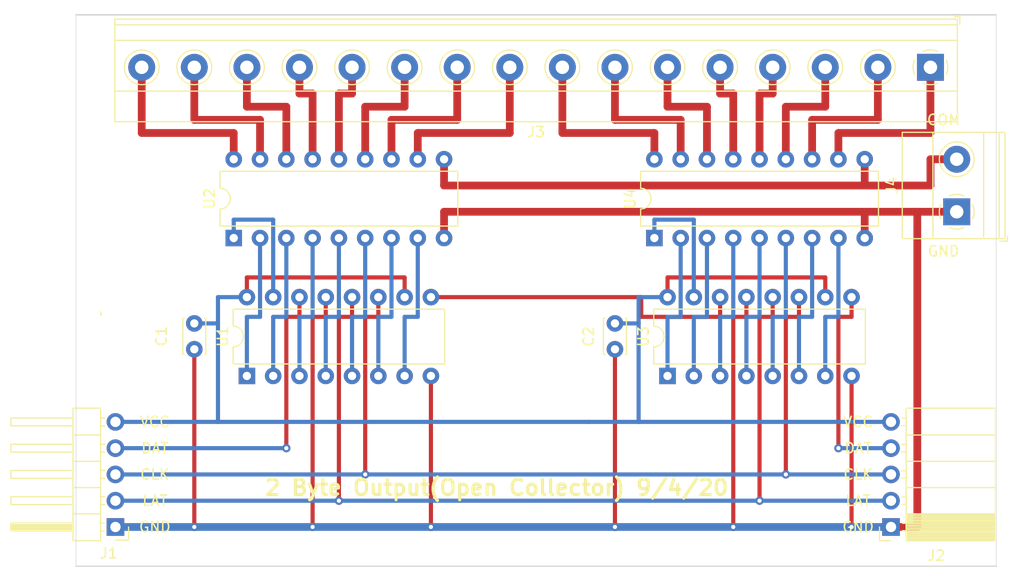
<source format=kicad_pcb>
(kicad_pcb (version 20211014) (generator pcbnew)
  (layers (0 "F.Cu" signal) (31 "B.Cu" signal) (34 "B.Paste" user) (35 "F.Paste" user) (36 "B.SilkS" user "B.Silkscreen") (37 "F.SilkS" user "F.Silkscreen") (38 "B.Mask" user) (39 "F.Mask" user) (44 "Edge.Cuts" user))
  (net 0 "")
  (net 1 "GND")
  (net 2 "VCC")
  (net 3 "LAT")
  (net 4 "CLK")
  (net 5 "DI")
  (net 6 "DO")
  (net 7 "OUT6")
  (net 8 "OUT5")
  (net 9 "OUT4")
  (net 10 "OUT1")
  (net 11 "OUT3")
  (net 12 "OUT2")
  (net 13 "OUT7")
  (net 14 "OUT8")
  (net 15 "OUT9")
  (net 16 "OUT10")
  (net 17 "OUT11")
  (net 18 "OUT12")
  (net 19 "OUT13")
  (net 20 "OUT14")
  (net 21 "OUT15")
  (net 22 "OUT16")
  (net 23 "COM")
  (net 24 "Net-(U1-Pad1)")
  (net 25 "Net-(U1-Pad2)")
  (net 26 "Net-(U1-Pad3)")
  (net 27 "Net-(U1-Pad4)")
  (net 28 "Net-(U1-Pad5)")
  (net 29 "Net-(U1-Pad6)")
  (net 30 "Net-(U1-Pad7)")
  (net 31 "DN")
  (net 32 "Net-(U1-Pad15)")
  (net 33 "Net-(U3-Pad15)")
  (net 34 "Net-(U3-Pad7)")
  (net 35 "Net-(U3-Pad6)")
  (net 36 "Net-(U3-Pad5)")
  (net 37 "Net-(U3-Pad4)")
  (net 38 "Net-(U3-Pad3)")
  (net 39 "Net-(U3-Pad2)")
  (net 40 "Net-(U3-Pad1)")
  (footprint "Capacitors_ThroughHole:C_Disc_D3.4mm_W2.1mm_P2.50mm" (layer "F.Cu") (at 156.21 83.185 -90)
    (fp_text reference "C2" (at 1.27 2.54 90) (layer "F.SilkS"))
    (fp_text value "0.1uf")
    (fp_line (start -0.51 1.11) (end 3.01 1.11) (layer "F.SilkS") (width 0.12))
    (fp_line (start 3.01 0.996) (end 3.01 1.11) (layer "F.SilkS") (width 0.12))
    (fp_line (start -0.51 0.996) (end -0.51 1.11) (layer "F.SilkS") (width 0.12))
    (fp_line (start -0.51 -1.11) (end 3.01 -1.11) (layer "F.SilkS") (width 0.12))
    (fp_line (start -0.51 -1.11) (end -0.51 -0.996) (layer "F.SilkS") (width 0.12))
    (fp_line (start 3.01 -1.11) (end 3.01 -0.996) (layer "F.SilkS") (width 0.12))
    (pad "1" thru_hole circle locked (at 0 0 270) (size 1.6 1.6) (drill 0.8) (layers *.Cu *.Mask) (net 2 "VCC"))
    (pad "2" thru_hole circle locked (at 2.5 0 270) (size 1.6 1.6) (drill 0.8) (layers *.Cu *.Mask) (net 1 "GND"))
  )
  (footprint "Connector_PinHeader_2.54mm:PinHeader_1x05_P2.54mm_Horizontal" (layer "F.Cu") (at 107.95 102.87 180)
    (fp_text reference "J1" (at 0.635 -2.54) (layer "F.SilkS"))
    (fp_text value "Conn_01x05_Male")
    (fp_line (start 1.042929 7.24) (end 1.44 7.24) (layer "F.SilkS") (width 0.12))
    (fp_line (start 10.1 7.24) (end 10.1 8) (layer "F.SilkS") (width 0.12))
    (fp_line (start 1.44 6.35) (end 4.1 6.35) (layer "F.SilkS") (width 0.12))
    (fp_line (start 4.1 9.78) (end 10.1 9.78) (layer "F.SilkS") (width 0.12))
    (fp_line (start 1.042929 10.54) (end 1.44 10.54) (layer "F.SilkS") (width 0.12))
    (fp_line (start 1.44 8.89) (end 4.1 8.89) (layer "F.SilkS") (width 0.12))
    (fp_line (start 1.042929 5.46) (end 1.44 5.46) (layer "F.SilkS") (width 0.12))
    (fp_line (start 10.1 5.46) (end 4.1 5.46) (layer "F.SilkS") (width 0.12))
    (fp_line (start 10.1 4.7) (end 10.1 5.46) (layer "F.SilkS") (width 0.12))
    (fp_line (start 1.11 -0.38) (end 1.44 -0.38) (layer "F.SilkS") (width 0.12))
    (fp_line (start 1.042929 4.7) (end 1.44 4.7) (layer "F.SilkS") (width 0.12))
    (fp_line (start 1.44 11.49) (end 4.1 11.49) (layer "F.SilkS") (width 0.12))
    (fp_line (start 1.042929 9.78) (end 1.44 9.78) (layer "F.SilkS") (width 0.12))
    (fp_line (start 4.1 -1.33) (end 1.44 -1.33) (layer "F.SilkS") (width 0.12))
    (fp_line (start 10.1 2.92) (end 4.1 2.92) (layer "F.SilkS") (width 0.12))
    (fp_line (start 1.042929 2.16) (end 1.44 2.16) (layer "F.SilkS") (width 0.12))
    (fp_line (start 1.44 1.27) (end 4.1 1.27) (layer "F.SilkS") (width 0.12))
    (fp_line (start 10.1 10.54) (end 4.1 10.54) (layer "F.SilkS") (width 0.12))
    (fp_line (start 1.44 -1.33) (end 1.44 11.49) (layer "F.SilkS") (width 0.12))
    (fp_line (start 4.1 0.16) (end 10.1 0.16) (layer "F.SilkS") (width 0.12))
    (fp_line (start 4.1 4.7) (end 10.1 4.7) (layer "F.SilkS") (width 0.12))
    (fp_line (start 1.11 0.38) (end 1.44 0.38) (layer "F.SilkS") (width 0.12))
    (fp_line (start 10.1 2.16) (end 10.1 2.92) (layer "F.SilkS") (width 0.12))
    (fp_line (start 10.1 8) (end 4.1 8) (layer "F.SilkS") (width 0.12))
    (fp_line (start 1.44 3.81) (end 4.1 3.81) (layer "F.SilkS") (width 0.12))
    (fp_line (start 4.1 11.49) (end 4.1 -1.33) (layer "F.SilkS") (width 0.12))
    (fp_line (start 4.1 7.24) (end 10.1 7.24) (layer "F.SilkS") (width 0.12))
    (fp_line (start 10.1 9.78) (end 10.1 10.54) (layer "F.SilkS") (width 0.12))
    (fp_line (start 4.1 -0.2) (end 10.1 -0.2) (layer "F.SilkS") (width 0.12))
    (fp_line (start 4.1 -0.32) (end 10.1 -0.32) (layer "F.SilkS") (width 0.12))
    (fp_line (start 1.042929 8) (end 1.44 8) (layer "F.SilkS") (width 0.12))
    (fp_line (start 10.1 -0.38) (end 10.1 0.38) (layer "F.SilkS") (width 0.12))
    (fp_line (start 4.1 0.04) (end 10.1 0.04) (layer "F.SilkS") (width 0.12))
    (fp_line (start 10.1 0.38) (end 4.1 0.38) (layer "F.SilkS") (width 0.12))
    (fp_line (start 4.1 2.16) (end 10.1 2.16) (layer "F.SilkS") (width 0.12))
    (fp_line (start -1.27 -1.27) (end 0 -1.27) (layer "F.SilkS") (width 0.12))
    (fp_line (start 1.042929 2.92) (end 1.44 2.92) (layer "F.SilkS") (width 0.12))
    (fp_line (start 4.1 0.28) (end 10.1 0.28) (layer "F.SilkS") (width 0.12))
    (fp_line (start -1.27 0) (end -1.27 -1.27) (layer "F.SilkS") (width 0.12))
    (fp_line (start 4.1 -0.08) (end 10.1 -0.08) (layer "F.SilkS") (width 0.12))
    (fp_line (start 4.1 -0.38) (end 10.1 -0.38) (layer "F.SilkS") (width 0.12))
    (pad "1" thru_hole rect locked (at 0 0 180) (size 1.7 1.7) (drill 1) (layers *.Cu *.Mask) (net 1 "GND"))
    (pad "2" thru_hole oval locked (at 0 2.54 180) (size 1.7 1.7) (drill 1) (layers *.Cu *.Mask) (net 3 "LAT"))
    (pad "3" thru_hole oval locked (at 0 5.08 180) (size 1.7 1.7) (drill 1) (layers *.Cu *.Mask) (net 4 "CLK"))
    (pad "4" thru_hole oval locked (at 0 7.62 180) (size 1.7 1.7) (drill 1) (layers *.Cu *.Mask) (net 5 "DI"))
    (pad "5" thru_hole oval locked (at 0 10.16 180) (size 1.7 1.7) (drill 1) (layers *.Cu *.Mask) (net 2 "VCC"))
  )
  (footprint "Connector_PinSocket_2.54mm:PinSocket_1x05_P2.54mm_Horizontal" (layer "F.Cu") (at 182.88 102.87 180)
    (fp_text reference "J2" (at -4.38 -2.77) (layer "F.SilkS"))
    (fp_text value "Conn_01x05_Female")
    (fp_line (start -1.46 9.8) (end -1.05 9.8) (layer "F.SilkS") (width 0.12))
    (fp_line (start -10.09 -1.091905) (end -1.46 -1.091905) (layer "F.SilkS") (width 0.12))
    (fp_line (start -1.46 7.98) (end -1.05 7.98) (layer "F.SilkS") (width 0.12))
    (fp_line (start -10.09 -1.33) (end -1.46 -1.33) (layer "F.SilkS") (width 0.12))
    (fp_line (start -10.09 1.033805) (end -1.46 1.033805) (layer "F.SilkS") (width 0.12))
    (fp_line (start -10.09 0.325235) (end -1.46 0.325235) (layer "F.SilkS") (width 0.12))
    (fp_line (start -10.09 -0.26524) (end -1.46 -0.26524) (layer "F.SilkS") (width 0.12))
    (fp_line (start -1.46 5.44) (end -1.05 5.44) (layer "F.SilkS") (width 0.12))
    (fp_line (start 0 -1.33) (end 1.11 -1.33) (layer "F.SilkS") (width 0.12))
    (fp_line (start -10.09 -0.147145) (end -1.46 -0.147145) (layer "F.SilkS") (width 0.12))
    (fp_line (start -10.09 0.561425) (end -1.46 0.561425) (layer "F.SilkS") (width 0.12))
    (fp_line (start -10.09 -1.21) (end -1.46 -1.21) (layer "F.SilkS") (width 0.12))
    (fp_line (start -1.46 4.72) (end -1.05 4.72) (layer "F.SilkS") (width 0.12))
    (fp_line (start -10.09 1.1519) (end -1.46 1.1519) (layer "F.SilkS") (width 0.12))
    (fp_line (start -10.09 0.44333) (end -1.46 0.44333) (layer "F.SilkS") (width 0.12))
    (fp_line (start -10.09 1.27) (end -1.46 1.27) (layer "F.SilkS") (width 0.12))
    (fp_line (start -10.09 0.797615) (end -1.46 0.797615) (layer "F.SilkS") (width 0.12))
    (fp_line (start -10.09 -0.50143) (end -1.46 -0.50143) (layer "F.SilkS") (width 0.12))
    (fp_line (start -1.46 2.18) (end -1.05 2.18) (layer "F.SilkS") (width 0.12))
    (fp_line (start -10.09 8.89) (end -1.46 8.89) (layer "F.SilkS") (width 0.12))
    (fp_line (start -10.09 -0.97381) (end -1.46 -0.97381) (layer "F.SilkS") (width 0.12))
    (fp_line (start -10.09 -0.619525) (end -1.46 -0.619525) (layer "F.SilkS") (width 0.12))
    (fp_line (start -10.09 6.35) (end -1.46 6.35) (layer "F.SilkS") (width 0.12))
    (fp_line (start -10.09 -1.33) (end -10.09 11.49) (layer "F.SilkS") (width 0.12))
    (fp_line (start -10.09 0.67952) (end -1.46 0.67952) (layer "F.SilkS") (width 0.12))
    (fp_line (start -1.46 2.9) (end -1.05 2.9) (layer "F.SilkS") (width 0.12))
    (fp_line (start -10.09 -0.383335) (end -1.46 -0.383335) (layer "F.SilkS") (width 0.12))
    (fp_line (start -10.09 -0.73762) (end -1.46 -0.73762) (layer "F.SilkS") (width 0.12))
    (fp_line (start -10.09 0.20714) (end -1.46 0.20714) (layer "F.SilkS") (width 0.12))
    (fp_line (start -1.46 -0.36) (end -1.11 -0.36) (layer "F.SilkS") (width 0.12))
    (fp_line (start -10.09 0.91571) (end -1.46 0.91571) (layer "F.SilkS") (width 0.12))
    (fp_line (start -10.09 0.089045) (end -1.46 0.089045) (layer "F.SilkS") (width 0.12))
    (fp_line (start -1.46 7.26) (end -1.05 7.26) (layer "F.SilkS") (width 0.12))
    (fp_line (start -10.09 -0.02905) (end -1.46 -0.02905) (layer "F.SilkS") (width 0.12))
    (fp_line (start -1.46 0.36) (end -1.11 0.36) (layer "F.SilkS") (width 0.12))
    (fp_line (start -10.09 -0.855715) (end -1.46 -0.855715) (layer "F.SilkS") (width 0.12))
    (fp_line (start -1.46 -1.33) (end -1.46 11.49) (layer "F.SilkS") (width 0.12))
    (fp_line (start -10.09 11.49) (end -1.46 11.49) (layer "F.SilkS") (width 0.12))
    (fp_line (start -1.46 10.52) (end -1.05 10.52) (layer "F.SilkS") (width 0.12))
    (fp_line (start -10.09 3.81) (end -1.46 3.81) (layer "F.SilkS") (width 0.12))
    (fp_line (start 1.11 -1.33) (end 1.11 0) (layer "F.SilkS") (width 0.12))
    (pad "1" thru_hole rect locked (at 0 0 180) (size 1.7 1.7) (drill 1) (layers *.Cu *.Mask) (net 1 "GND"))
    (pad "2" thru_hole oval locked (at 0 2.54 180) (size 1.7 1.7) (drill 1) (layers *.Cu *.Mask) (net 3 "LAT"))
    (pad "3" thru_hole oval locked (at 0 5.08 180) (size 1.7 1.7) (drill 1) (layers *.Cu *.Mask) (net 4 "CLK"))
    (pad "4" thru_hole oval locked (at 0 7.62 180) (size 1.7 1.7) (drill 1) (layers *.Cu *.Mask) (net 6 "DO"))
    (pad "5" thru_hole oval locked (at 0 10.16 180) (size 1.7 1.7) (drill 1) (layers *.Cu *.Mask) (net 2 "VCC"))
  )
  (footprint "TerminalBlock_Phoenix:TerminalBlock_Phoenix_MKDS-1,5-16-5.08_1x16_P5.08mm_Horizontal" (layer "F.Cu") (at 186.69 58.42 180)
    (fp_text reference "J3" (at 38.1 -6.26) (layer "F.SilkS"))
    (fp_text value "Screw_Terminal_01x16")
    (fp_line (start 72.395 -1.069) (end 72.348 -1.023) (layer "F.SilkS") (width 0.12))
    (fp_line (start 46.995 -1.069) (end 46.948 -1.023) (layer "F.SilkS") (width 0.12))
    (fp_line (start 34.333 1.023) (end 34.286 1.069) (layer "F.SilkS") (width 0.12))
    (fp_line (start 54.846 1.239) (end 54.811 1.274) (layer "F.SilkS") (width 0.12))
    (fp_line (start 72.19 -1.275) (end 72.155 -1.239) (layer "F.SilkS") (width 0.12))
    (fp_line (start 77.475 -1.069) (end 77.428 -1.023) (layer "F.SilkS") (width 0.12))
    (fp_line (start 21.39 -1.275) (end 21.355 -1.239) (layer "F.SilkS") (width 0.12))
    (fp_line (start 41.71 -1.275) (end 41.675 -1.239) (layer "F.SilkS") (width 0.12))
    (fp_line (start 21.595 -1.069) (end 21.548 -1.023) (layer "F.SilkS") (width 0.12))
    (fp_line (start 29.253 1.023) (end 29.206 1.069) (layer "F.SilkS") (width 0.12))
    (fp_line (start 39.413 1.023) (end 39.366 1.069) (layer "F.SilkS") (width 0.12))
    (fp_line (start 36.63 -1.275) (end 36.595 -1.239) (layer "F.SilkS") (width 0.12))
    (fp_line (start 19.286 1.239) (end 19.251 1.274) (layer "F.SilkS") (width 0.12))
    (fp_line (start 29.446 1.239) (end 29.411 1.274) (layer "F.SilkS") (width 0.12))
    (fp_line (start 14.013 1.023) (end 13.966 1.069) (layer "F.SilkS") (width 0.12))
    (fp_line (start 77.27 -1.275) (end 77.235 -1.239) (layer "F.SilkS") (width 0.12))
    (fp_line (start 51.87 -1.275) (end 51.835 -1.239) (layer "F.SilkS") (width 0.12))
    (fp_line (start 26.47 -1.275) (end 26.435 -1.239) (layer "F.SilkS") (width 0.12))
    (fp_line (start 14.206 1.239) (end 14.171 1.274) (layer "F.SilkS") (width 0.12))
    (fp_line (start 70.086 1.239) (end 70.051 1.274) (layer "F.SilkS") (width 0.12))
    (fp_line (start 6.355 -1.069) (end 6.308 -1.023) (layer "F.SilkS") (width 0.12))
    (fp_line (start 67.315 -1.069) (end 67.268 -1.023) (layer "F.SilkS") (width 0.12))
    (fp_line (start 24.173 1.023) (end 24.126 1.069) (layer "F.SilkS") (width 0.12))
    (fp_line (start -2.6 4.1) (end 78.801 4.1) (layer "F.SilkS") (width 0.12))
    (fp_line (start 4.046 1.239) (end 4.011 1.274) (layer "F.SilkS") (width 0.12))
    (fp_line (start -2.84 4.16) (end -2.84 4.9) (layer "F.SilkS") (width 0.12))
    (fp_line (start 34.526 1.239) (end 34.491 1.274) (layer "F.SilkS") (width 0.12))
    (fp_line (start -2.6 -5.261) (end -2.6 4.66) (layer "F.SilkS") (width 0.12))
    (fp_line (start 56.95 -1.275) (end 56.915 -1.239) (layer "F.SilkS") (width 0.12))
    (fp_line (start 69.893 1.023) (end 69.846 1.069) (layer "F.SilkS") (width 0.12))
    (fp_line (start -2.84 4.9) (end -2.34 4.9) (layer "F.SilkS") (width 0.12))
    (fp_line (start 75.166 1.239) (end 75.131 1.274) (layer "F.SilkS") (width 0.12))
    (fp_line (start 44.493 1.023) (end 44.446 1.069) (layer "F.SilkS") (width 0.12))
    (fp_line (start 11.23 -1.275) (end 11.195 -1.239) (layer "F.SilkS") (width 0.12))
    (fp_line (start 52.075 -1.069) (end 52.028 -1.023) (layer "F.SilkS") (width 0.12))
    (fp_line (start 6.15 -1.275) (end 6.115 -1.239) (layer "F.SilkS") (width 0.12))
    (fp_line (start 9.126 1.239) (end 9.091 1.274) (layer "F.SilkS") (width 0.12))
    (fp_line (start 8.933 1.023) (end 8.886 1.069) (layer "F.SilkS") (width 0.12))
    (fp_line (start -2.6 4.66) (end 78.801 4.66) (layer "F.SilkS") (width 0.12))
    (fp_line (start -2.6 -5.261) (end 78.801 -5.261) (layer "F.SilkS") (width 0.12))
    (fp_line (start 16.31 -1.275) (end 16.275 -1.239) (layer "F.SilkS") (width 0.12))
    (fp_line (start 46.79 -1.275) (end 46.755 -1.239) (layer "F.SilkS") (width 0.12))
    (fp_line (start -2.6 -2.301) (end 78.801 -2.301) (layer "F.SilkS") (width 0.12))
    (fp_line (start -2.6 2.6) (end 78.801 2.6) (layer "F.SilkS") (width 0.12))
    (fp_line (start 26.675 -1.069) (end 26.628 -1.023) (layer "F.SilkS") (width 0.12))
    (fp_line (start 24.366 1.239) (end 24.331 1.274) (layer "F.SilkS") (width 0.12))
    (fp_line (start 31.755 -1.069) (end 31.708 -1.023) (layer "F.SilkS") (width 0.12))
    (fp_line (start 31.55 -1.275) (end 31.515 -1.239) (layer "F.SilkS") (width 0.12))
    (fp_line (start 54.653 1.023) (end 54.606 1.069) (layer "F.SilkS") (width 0.12))
    (fp_line (start 59.733 1.023) (end 59.686 1.069) (layer "F.SilkS") (width 0.12))
    (fp_line (start 67.11 -1.275) (end 67.075 -1.239) (layer "F.SilkS") (width 0.12))
    (fp_line (start 59.926 1.239) (end 59.891 1.274) (layer "F.SilkS") (width 0.12))
    (fp_line (start 57.155 -1.069) (end 57.108 -1.023) (layer "F.SilkS") (width 0.12))
    (fp_line (start 3.853 1.023) (end 3.806 1.069) (layer "F.SilkS") (width 0.12))
    (fp_line (start 41.915 -1.069) (end 41.868 -1.023) (layer "F.SilkS") (width 0.12))
    (fp_line (start 62.235 -1.069) (end 62.188 -1.023) (layer "F.SilkS") (width 0.12))
    (fp_line (start 44.686 1.239) (end 44.651 1.274) (layer "F.SilkS") (width 0.12))
    (fp_line (start 78.801 -5.261) (end 78.801 4.66) (layer "F.SilkS") (width 0.12))
    (fp_line (start 49.766 1.239) (end 49.731 1.274) (layer "F.SilkS") (width 0.12))
    (fp_line (start 49.573 1.023) (end 49.526 1.069) (layer "F.SilkS") (width 0.12))
    (fp_line (start 74.973 1.023) (end 74.926 1.069) (layer "F.SilkS") (width 0.12))
    (fp_line (start 62.03 -1.275) (end 61.995 -1.239) (layer "F.SilkS") (width 0.12))
    (fp_line (start 36.835 -1.069) (end 36.788 -1.023) (layer "F.SilkS") (width 0.12))
    (fp_line (start 16.515 -1.069) (end 16.468 -1.023) (layer "F.SilkS") (width 0.12))
    (fp_line (start 64.813 1.023) (end 64.766 1.069) (layer "F.SilkS") (width 0.12))
    (fp_line (start 39.606 1.239) (end 39.571 1.274) (layer "F.SilkS") (width 0.12))
    (fp_line (start 65.006 1.239) (end 64.971 1.274) (layer "F.SilkS") (width 0.12))
    (fp_line (start 19.093 1.023) (end 19.046 1.069) (layer "F.SilkS") (width 0.12))
    (fp_line (start 11.435 -1.069) (end 11.388 -1.023) (layer "F.SilkS") (width 0.12))
    (fp_arc (start 0.028805 1.680253) (mid -0.335551 1.646659) (end -0.684 1.535) (layer "F.SilkS") (width 0.12))
    (fp_arc (start -1.535427 0.683042) (mid -1.680501 -0.000524) (end -1.535 -0.684) (layer "F.SilkS") (width 0.12))
    (fp_arc (start 1.535427 -0.683042) (mid 1.680501 0.000524) (end 1.535 0.684) (layer "F.SilkS") (width 0.12))
    (fp_arc (start 0.683318 1.534756) (mid 0.349292 1.643288) (end 0 1.68) (layer "F.SilkS") (width 0.12))
    (fp_arc (start -0.683042 -1.535427) (mid 0.000524 -1.680501) (end 0.684 -1.535) (layer "F.SilkS") (width 0.12))
    (fp_circle (center 76.2 0) (end 77.88 0) (layer "F.SilkS") (width 0.12) (fill none))
    (fp_circle (center 20.32 0) (end 22 0) (layer "F.SilkS") (width 0.12) (fill none))
    (fp_circle (center 5.08 0) (end 6.76 0) (layer "F.SilkS") (width 0.12) (fill none))
    (fp_circle (center 71.12 0) (end 72.8 0) (layer "F.SilkS") (width 0.12) (fill none))
    (fp_circle (center 66.04 0) (end 67.72 0) (layer "F.SilkS") (width 0.12) (fill none))
    (fp_circle (center 60.96 0) (end 62.64 0) (layer "F.SilkS") (width 0.12) (fill none))
    (fp_circle (center 50.8 0) (end 52.48 0) (layer "F.SilkS") (width 0.12) (fill none))
    (fp_circle (center 40.64 0) (end 42.32 0) (layer "F.SilkS") (width 0.12) (fill none))
    (fp_circle (center 35.56 0) (end 37.24 0) (layer "F.SilkS") (width 0.12) (fill none))
    (fp_circle (center 15.24 0) (end 16.92 0) (layer "F.SilkS") (width 0.12) (fill none))
    (fp_circle (center 25.4 0) (end 27.08 0) (layer "F.SilkS") (width 0.12) (fill none))
    (fp_circle (center 45.72 0) (end 47.4 0) (layer "F.SilkS") (width 0.12) (fill none))
    (fp_circle (center 10.16 0) (end 11.84 0) (layer "F.SilkS") (width 0.12) (fill none))
    (fp_circle (center 30.48 0) (end 32.16 0) (layer "F.SilkS") (width 0.12) (fill none))
    (fp_circle (center 55.88 0) (end 57.56 0) (layer "F.SilkS") (width 0.12) (fill none))
    (pad "1" thru_hole rect locked (at 0 0 180) (size 2.6 2.6) (drill 1.3) (layers *.Cu *.Mask) (net 22 "OUT16"))
    (pad "2" thru_hole circle locked (at 5.08 0 180) (size 2.6 2.6) (drill 1.3) (layers *.Cu *.Mask) (net 21 "OUT15"))
    (pad "3" thru_hole circle locked (at 10.16 0 180) (size 2.6 2.6) (drill 1.3) (layers *.Cu *.Mask) (net 20 "OUT14"))
    (pad "4" thru_hole circle locked (at 15.24 0 180) (size 2.6 2.6) (drill 1.3) (layers *.Cu *.Mask) (net 19 "OUT13"))
    (pad "5" thru_hole circle locked (at 20.32 0 180) (size 2.6 2.6) (drill 1.3) (layers *.Cu *.Mask) (net 18 "OUT12"))
    (pad "6" thru_hole circle locked (at 25.4 0 180) (size 2.6 2.6) (drill 1.3) (layers *.Cu *.Mask) (net 17 "OUT11"))
    (pad "7" thru_hole circle locked (at 30.48 0 180) (size 2.6 2.6) (drill 1.3) (layers *.Cu *.Mask) (net 16 "OUT10"))
    (pad "8" thru_hole circle locked (at 35.56 0 180) (size 2.6 2.6) (drill 1.3) (layers *.Cu *.Mask) (net 15 "OUT9"))
    (pad "9" thru_hole circle locked (at 40.64 0 180) (size 2.6 2.6) (drill 1.3) (layers *.Cu *.Mask) (net 14 "OUT8"))
    (pad "10" thru_hole circle locked (at 45.72 0 180) (size 2.6 2.6) (drill 1.3) (layers *.Cu *.Mask) (net 13 "OUT7"))
    (pad "11" thru_hole circle locked (at 50.8 0 180) (size 2.6 2.6) (drill 1.3) (layers *.Cu *.Mask) (net 7 "OUT6"))
    (pad "12" thru_hole circle locked (at 55.88 0 180) (size 2.6 2.6) (drill 1.3) (layers *.Cu *.Mask) (net 8 "OUT5"))
    (pad "13" thru_hole circle locked (at 60.96 0 180) (size 2.6 2.6) (drill 1.3) (layers *.Cu *.Mask) (net 9 "OUT4"))
    (pad "14" thru_hole circle locked (at 66.04 0 180) (size 2.6 2.6) (drill 1.3) (layers *.Cu *.Mask) (net 11 "OUT3"))
    (pad "15" thru_hole circle locked (at 71.12 0 180) (size 2.6 2.6) (drill 1.3) (layers *.Cu *.Mask) (net 12 "OUT2"))
    (pad "16" thru_hole circle locked (at 76.2 0 180) (size 2.6 2.6) (drill 1.3) (layers *.Cu *.Mask) (net 10 "OUT1"))
  )
  (footprint "TerminalBlock_Phoenix:TerminalBlock_Phoenix_MKDS-1,5-2-5.08_1x02_P5.08mm_Horizontal" (layer "F.Cu") (at 189.23 72.39 90)
    (fp_text reference "J4" (at 2.54 -6.26 90) (layer "F.SilkS"))
    (fp_text value "Screw_Terminal_01x02")
    (fp_line (start 7.68 -5.261) (end 7.68 4.66) (layer "F.SilkS") (width 0.12))
    (fp_line (start 6.355 -1.069) (end 6.308 -1.023) (layer "F.SilkS") (width 0.12))
    (fp_line (start -2.6 4.1) (end 7.68 4.1) (layer "F.SilkS") (width 0.12))
    (fp_line (start -2.84 4.9) (end -2.34 4.9) (layer "F.SilkS") (width 0.12))
    (fp_line (start -2.6 -2.301) (end 7.68 -2.301) (layer "F.SilkS") (width 0.12))
    (fp_line (start -2.6 2.6) (end 7.68 2.6) (layer "F.SilkS") (width 0.12))
    (fp_line (start 3.853 1.023) (end 3.806 1.069) (layer "F.SilkS") (width 0.12))
    (fp_line (start -2.6 4.66) (end 7.68 4.66) (layer "F.SilkS") (width 0.12))
    (fp_line (start 4.046 1.239) (end 4.011 1.274) (layer "F.SilkS") (width 0.12))
    (fp_line (start -2.6 -5.261) (end 7.68 -5.261) (layer "F.SilkS") (width 0.12))
    (fp_line (start -2.84 4.16) (end -2.84 4.9) (layer "F.SilkS") (width 0.12))
    (fp_line (start 6.15 -1.275) (end 6.115 -1.239) (layer "F.SilkS") (width 0.12))
    (fp_line (start -2.6 -5.261) (end -2.6 4.66) (layer "F.SilkS") (width 0.12))
    (fp_arc (start -0.683042 -1.535427) (mid 0.000524 -1.680501) (end 0.684 -1.535) (layer "F.SilkS") (width 0.12))
    (fp_arc (start 0.028805 1.680253) (mid -0.335551 1.646659) (end -0.684 1.535) (layer "F.SilkS") (width 0.12))
    (fp_arc (start 1.535427 -0.683042) (mid 1.680501 0.000524) (end 1.535 0.684) (layer "F.SilkS") (width 0.12))
    (fp_arc (start 0.683318 1.534756) (mid 0.349292 1.643288) (end 0 1.68) (layer "F.SilkS") (width 0.12))
    (fp_arc (start -1.535427 0.683042) (mid -1.680501 -0.000524) (end -1.535 -0.684) (layer "F.SilkS") (width 0.12))
    (fp_circle (center 5.08 0) (end 6.76 0) (layer "F.SilkS") (width 0.12) (fill none))
    (pad "1" thru_hole rect locked (at 0 0 90) (size 2.6 2.6) (drill 1.3) (layers *.Cu *.Mask) (net 1 "GND"))
    (pad "2" thru_hole circle locked (at 5.08 0 90) (size 2.6 2.6) (drill 1.3) (layers *.Cu *.Mask) (net 23 "COM"))
  )
  (footprint "Package_DIP:DIP-18_W7.62mm" (layer "F.Cu") (at 119.38 74.93 90)
    (fp_text reference "U2" (at 3.81 -2.33 90) (layer "F.SilkS"))
    (fp_text value "ULN2803A")
    (fp_line (start 6.46 21.65) (end 6.46 -1.33) (layer "F.SilkS") (width 0.12))
    (fp_line (start 2.81 -1.33) (end 1.16 -1.33) (layer "F.SilkS") (width 0.12))
    (fp_line (start 6.46 -1.33) (end 4.81 -1.33) (layer "F.SilkS") (width 0.12))
    (fp_line (start 1.16 21.65) (end 6.46 21.65) (layer "F.SilkS") (width 0.12))
    (fp_line (start 1.16 -1.33) (end 1.16 21.65) (layer "F.SilkS") (width 0.12))
    (fp_arc (start 4.81 -1.33) (mid 3.81 -0.33) (end 2.81 -1.33) (layer "F.SilkS") (width 0.12))
    (pad "1" thru_hole rect locked (at 0 0 90) (size 1.6 1.6) (drill 0.8) (layers *.Cu *.Mask) (net 32 "Net-(U1-Pad15)"))
    (pad "2" thru_hole oval locked (at 0 2.54 90) (size 1.6 1.6) (drill 0.8) (layers *.Cu *.Mask) (net 24 "Net-(U1-Pad1)"))
    (pad "3" thru_hole oval locked (at 0 5.08 90) (size 1.6 1.6) (drill 0.8) (layers *.Cu *.Mask) (net 25 "Net-(U1-Pad2)"))
    (pad "4" thru_hole oval locked (at 0 7.62 90) (size 1.6 1.6) (drill 0.8) (layers *.Cu *.Mask) (net 26 "Net-(U1-Pad3)"))
    (pad "5" thru_hole oval locked (at 0 10.16 90) (size 1.6 1.6) (drill 0.8) (layers *.Cu *.Mask) (net 27 "Net-(U1-Pad4)"))
    (pad "6" thru_hole oval locked (at 0 12.7 90) (size 1.6 1.6) (drill 0.8) (layers *.Cu *.Mask) (net 28 "Net-(U1-Pad5)"))
    (pad "7" thru_hole oval locked (at 0 15.24 90) (size 1.6 1.6) (drill 0.8) (layers *.Cu *.Mask) (net 29 "Net-(U1-Pad6)"))
    (pad "8" thru_hole oval locked (at 0 17.78 90) (size 1.6 1.6) (drill 0.8) (layers *.Cu *.Mask) (net 30 "Net-(U1-Pad7)"))
    (pad "9" thru_hole oval locked (at 0 20.32 90) (size 1.6 1.6) (drill 0.8) (layers *.Cu *.Mask) (net 1 "GND"))
    (pad "10" thru_hole oval locked (at 7.62 20.32 90) (size 1.6 1.6) (drill 0.8) (layers *.Cu *.Mask) (net 23 "COM"))
    (pad "11" thru_hole oval locked (at 7.62 17.78 90) (size 1.6 1.6) (drill 0.8) (layers *.Cu *.Mask) (net 14 "OUT8"))
    (pad "12" thru_hole oval locked (at 7.62 15.24 90) (size 1.6 1.6) (drill 0.8) (layers *.Cu *.Mask) (net 13 "OUT7"))
    (pad "13" thru_hole oval locked (at 7.62 12.7 90) (size 1.6 1.6) (drill 0.8) (layers *.Cu *.Mask) (net 7 "OUT6"))
    (pad "14" thru_hole oval locked (at 7.62 10.16 90) (size 1.6 1.6) (drill 0.8) (layers *.Cu *.Mask) (net 8 "OUT5"))
    (pad "15" thru_hole oval locked (at 7.62 7.62 90) (size 1.6 1.6) (drill 0.8) (layers *.Cu *.Mask) (net 9 "OUT4"))
    (pad "16" thru_hole oval locked (at 7.62 5.08 90) (size 1.6 1.6) (drill 0.8) (layers *.Cu *.Mask) (net 11 "OUT3"))
    (pad "17" thru_hole oval locked (at 7.62 2.54 90) (size 1.6 1.6) (drill 0.8) (layers *.Cu *.Mask) (net 12 "OUT2"))
    (pad "18" thru_hole oval locked (at 7.62 0 90) (size 1.6 1.6) (drill 0.8) (layers *.Cu *.Mask) (net 10 "OUT1"))
  )
  (footprint "Package_DIP:DIP-18_W7.62mm" (layer "F.Cu") (at 160.02 74.93 90)
    (fp_text reference "U4" (at 3.81 -2.33 90) (layer "F.SilkS"))
    (fp_text value "ULN2803A")
    (fp_line (start 6.46 21.65) (end 6.46 -1.33) (layer "F.SilkS") (width 0.12))
    (fp_line (start 1.16 -1.33) (end 1.16 21.65) (layer "F.SilkS") (width 0.12))
    (fp_line (start 2.81 -1.33) (end 1.16 -1.33) (layer "F.SilkS") (width 0.12))
    (fp_line (start 1.16 21.65) (end 6.46 21.65) (layer "F.SilkS") (width 0.12))
    (fp_line (start 6.46 -1.33) (end 4.81 -1.33) (layer "F.SilkS") (width 0.12))
    (fp_arc (start 4.81 -1.33) (mid 3.81 -0.33) (end 2.81 -1.33) (layer "F.SilkS") (width 0.12))
    (pad "1" thru_hole rect locked (at 0 0 90) (size 1.6 1.6) (drill 0.8) (layers *.Cu *.Mask) (net 33 "Net-(U3-Pad15)"))
    (pad "2" thru_hole oval locked (at 0 2.54 90) (size 1.6 1.6) (drill 0.8) (layers *.Cu *.Mask) (net 40 "Net-(U3-Pad1)"))
    (pad "3" thru_hole oval locked (at 0 5.08 90) (size 1.6 1.6) (drill 0.8) (layers *.Cu *.Mask) (net 39 "Net-(U3-Pad2)"))
    (pad "4" thru_hole oval locked (at 0 7.62 90) (size 1.6 1.6) (drill 0.8) (layers *.Cu *.Mask) (net 38 "Net-(U3-Pad3)"))
    (pad "5" thru_hole oval locked (at 0 10.16 90) (size 1.6 1.6) (drill 0.8) (layers *.Cu *.Mask) (net 37 "Net-(U3-Pad4)"))
    (pad "6" thru_hole oval locked (at 0 12.7 90) (size 1.6 1.6) (drill 0.8) (layers *.Cu *.Mask) (net 36 "Net-(U3-Pad5)"))
    (pad "7" thru_hole oval locked (at 0 15.24 90) (size 1.6 1.6) (drill 0.8) (layers *.Cu *.Mask) (net 35 "Net-(U3-Pad6)"))
    (pad "8" thru_hole oval locked (at 0 17.78 90) (size 1.6 1.6) (drill 0.8) (layers *.Cu *.Mask) (net 34 "Net-(U3-Pad7)"))
    (pad "9" thru_hole oval locked (at 0 20.32 90) (size 1.6 1.6) (drill 0.8) (layers *.Cu *.Mask) (net 1 "GND"))
    (pad "10" thru_hole oval locked (at 7.62 20.32 90) (size 1.6 1.6) (drill 0.8) (layers *.Cu *.Mask) (net 23 "COM"))
    (pad "11" thru_hole oval locked (at 7.62 17.78 90) (size 1.6 1.6) (drill 0.8) (layers *.Cu *.Mask) (net 22 "OUT16"))
    (pad "12" thru_hole oval locked (at 7.62 15.24 90) (size 1.6 1.6) (drill 0.8) (layers *.Cu *.Mask) (net 21 "OUT15"))
    (pad "13" thru_hole oval locked (at 7.62 12.7 90) (size 1.6 1.6) (drill 0.8) (layers *.Cu *.Mask) (net 20 "OUT14"))
    (pad "14" thru_hole oval locked (at 7.62 10.16 90) (size 1.6 1.6) (drill 0.8) (layers *.Cu *.Mask) (net 19 "OUT13"))
    (pad "15" thru_hole oval locked (at 7.62 7.62 90) (size 1.6 1.6) (drill 0.8) (layers *.Cu *.Mask) (net 18 "OUT12"))
    (pad "16" thru_hole oval locked (at 7.62 5.08 90) (size 1.6 1.6) (drill 0.8) (layers *.Cu *.Mask) (net 17 "OUT11"))
    (pad "17" thru_hole oval locked (at 7.62 2.54 90) (size 1.6 1.6) (drill 0.8) (layers *.Cu *.Mask) (net 16 "OUT10"))
    (pad "18" thru_hole oval locked (at 7.62 0 90) (size 1.6 1.6) (drill 0.8) (layers *.Cu *.Mask) (net 15 "OUT9"))
  )
  (footprint "Capacitors_ThroughHole:C_Disc_D3.4mm_W2.1mm_P2.50mm" (layer "F.Cu") (at 115.57 83.185 -90)
    (fp_text reference "C1" (at 1.25 3.175 90) (layer "F.SilkS"))
    (fp_text value "0.1uf")
    (fp_line (start -0.51 -1.11) (end 3.01 -1.11) (layer "F.SilkS") (width 0.12))
    (fp_line (start -0.51 -1.11) (end -0.51 -0.996) (layer "F.SilkS") (width 0.12))
    (fp_line (start -0.51 0.996) (end -0.51 1.11) (layer "F.SilkS") (width 0.12))
    (fp_line (start -0.51 1.11) (end 3.01 1.11) (layer "F.SilkS") (width 0.12))
    (fp_line (start 3.01 -1.11) (end 3.01 -0.996) (layer "F.SilkS") (width 0.12))
    (fp_line (start 3.01 0.996) (end 3.01 1.11) (layer "F.SilkS") (width 0.12))
    (pad "1" thru_hole circle locked (at 0 0 270) (size 1.6 1.6) (drill 0.8) (layers *.Cu *.Mask) (net 2 "VCC"))
    (pad "2" thru_hole circle locked (at 2.5 0 270) (size 1.6 1.6) (drill 0.8) (layers *.Cu *.Mask) (net 1 "GND"))
  )
  (footprint "Mounting_Holes:MountingHole_3.2mm_M3" (layer "F.Cu") (at 107.95 81.28)
    (fp_text reference "H1" (at -0.635 0.635) (layer "F.SilkS"))
    (fp_text value "MountingHole")
    (pad "" np_thru_hole circle locked (at 0 0) (size 3.2 3.2) (drill 3.2) (layers *.Cu *.Mask))
  )
  (footprint "Mounting_Holes:MountingHole_3.2mm_M3" (layer "F.Cu") (at 189.23 81.28)
    (fp_text reference "H2" (at 0 0) (layer "F.SilkS"))
    (fp_text value "MountingHole")
    (pad "" np_thru_hole circle locked (at 0 0) (size 3.2 3.2) (drill 3.2) (layers *.Cu *.Mask))
  )
  (footprint "Package_DIP:DIP-16_W7.62mm" (layer "F.Cu") (at 161.29 88.265 90)
    (fp_text reference "U3" (at 3.81 -2.33 90) (layer "F.SilkS"))
    (fp_text value "74HCT595")
    (fp_line (start 2.81 -1.33) (end 1.16 -1.33) (layer "F.SilkS") (width 0.12))
    (fp_line (start 6.46 -1.33) (end 4.81 -1.33) (layer "F.SilkS") (width 0.12))
    (fp_line (start 1.16 19.11) (end 6.46 19.11) (layer "F.SilkS") (width 0.12))
    (fp_line (start 6.46 19.11) (end 6.46 -1.33) (layer "F.SilkS") (width 0.12))
    (fp_line (start 1.16 -1.33) (end 1.16 19.11) (layer "F.SilkS") (width 0.12))
    (fp_arc (start 4.81 -1.33) (mid 3.81 -0.33) (end 2.81 -1.33) (layer "F.SilkS") (width 0.12))
    (pad "1" thru_hole rect locked (at 0 0 90) (size 1.6 1.6) (drill 0.8) (layers *.Cu *.Mask) (net 40 "Net-(U3-Pad1)"))
    (pad "2" thru_hole oval locked (at 0 2.54 90) (size 1.6 1.6) (drill 0.8) (layers *.Cu *.Mask) (net 39 "Net-(U3-Pad2)"))
    (pad "3" thru_hole oval locked (at 0 5.08 90) (size 1.6 1.6) (drill 0.8) (layers *.Cu *.Mask) (net 38 "Net-(U3-Pad3)"))
    (pad "4" thru_hole oval locked (at 0 7.62 90) (size 1.6 1.6) (drill 0.8) (layers *.Cu *.Mask) (net 37 "Net-(U3-Pad4)"))
    (pad "5" thru_hole oval locked (at 0 10.16 90) (size 1.6 1.6) (drill 0.8) (layers *.Cu *.Mask) (net 36 "Net-(U3-Pad5)"))
    (pad "6" thru_hole oval locked (at 0 12.7 90) (size 1.6 1.6) (drill 0.8) (layers *.Cu *.Mask) (net 35 "Net-(U3-Pad6)"))
    (pad "7" thru_hole oval locked (at 0 15.24 90) (size 1.6 1.6) (drill 0.8) (layers *.Cu *.Mask) (net 34 "Net-(U3-Pad7)"))
    (pad "8" thru_hole oval locked (at 0 17.78 90) (size 1.6 1.6) (drill 0.8) (layers *.Cu *.Mask) (net 1 "GND"))
    (pad "9" thru_hole oval locked (at 7.62 17.78 90) (size 1.6 1.6) (drill 0.8) (layers *.Cu *.Mask) (net 6 "DO"))
    (pad "10" thru_hole oval locked (at 7.62 15.24 90) (size 1.6 1.6) (drill 0.8) (layers *.Cu *.Mask) (net 2 "VCC"))
    (pad "11" thru_hole oval locked (at 7.62 12.7 90) (size 1.6 1.6) (drill 0.8) (layers *.Cu *.Mask) (net 4 "CLK"))
    (pad "12" thru_hole oval locked (at 7.62 10.16 90) (size 1.6 1.6) (drill 0.8) (layers *.Cu *.Mask) (net 3 "LAT"))
    (pad "13" thru_hole oval locked (at 7.62 7.62 90) (size 1.6 1.6) (drill 0.8) (layers *.Cu *.Mask) (net 1 "GND"))
    (pad "14" thru_hole oval locked (at 7.62 5.08 90) (size 1.6 1.6) (drill 0.8) (layers *.Cu *.Mask) (net 31 "DN"))
    (pad "15" thru_hole oval locked (at 7.62 2.54 90) (size 1.6 1.6) (drill 0.8) (layers *.Cu *.Mask) (net 33 "Net-(U3-Pad15)"))
    (pad "16" thru_hole oval locked (at 7.62 0 90) (size 1.6 1.6) (drill 0.8) (layers *.Cu *.Mask) (net 2 "VCC"))
  )
  (footprint "Package_DIP:DIP-16_W7.62mm" (layer "F.Cu") (at 120.65 88.265 90)
    (fp_text reference "U1" (at 3.81 -2.33 90) (layer "F.SilkS"))
    (fp_text value "74HCT595")
    (fp_line (start 6.46 19.11) (end 6.46 -1.33) (layer "F.SilkS") (width 0.12))
    (fp_line (start 1.16 -1.33) (end 1.16 19.11) (layer "F.SilkS") (width 0.12))
    (fp_line (start 2.81 -1.33) (end 1.16 -1.33) (layer "F.SilkS") (width 0.12))
    (fp_line (start 6.46 -1.33) (end 4.81 -1.33) (layer "F.SilkS") (width 0.12))
    (fp_line (start 1.16 19.11) (end 6.46 19.11) (layer "F.SilkS") (width 0.12))
    (fp_arc (start 4.81 -1.33) (mid 3.81 -0.33) (end 2.81 -1.33) (layer "F.SilkS") (width 0.12))
    (pad "1" thru_hole rect locked (at 0 0 90) (size 1.6 1.6) (drill 0.8) (layers *.Cu *.Mask) (net 24 "Net-(U1-Pad1)"))
    (pad "2" thru_hole oval locked (at 0 2.54 90) (size 1.6 1.6) (drill 0.8) (layers *.Cu *.Mask) (net 25 "Net-(U1-Pad2)"))
    (pad "3" thru_hole oval locked (at 0 5.08 90) (size 1.6 1.6) (drill 0.8) (layers *.Cu *.Mask) (net 26 "Net-(U1-Pad3)"))
    (pad "4" thru_hole oval locked (at 0 7.62 90) (size 1.6 1.6) (drill 0.8) (layers *.Cu *.Mask) (net 27 "Net-(U1-Pad4)"))
    (pad "5" thru_hole oval locked (at 0 10.16 90) (size 1.6 1.6) (drill 0.8) (layers *.Cu *.Mask) (net 28 "Net-(U1-Pad5)"))
    (pad "6" thru_hole oval locked (at 0 12.7 90) (size 1.6 1.6) (drill 0.8) (layers *.Cu *.Mask) (net 29 "Net-(U1-Pad6)"))
    (pad "7" thru_hole oval locked (at 0 15.24 90) (size 1.6 1.6) (drill 0.8) (layers *.Cu *.Mask) (net 30 "Net-(U1-Pad7)"))
    (pad "8" thru_hole oval locked (at 0 17.78 90) (size 1.6 1.6) (drill 0.8) (layers *.Cu *.Mask) (net 1 "GND"))
    (pad "9" thru_hole oval locked (at 7.62 17.78 90) (size 1.6 1.6) (drill 0.8) (layers *.Cu *.Mask) (net 31 "DN"))
    (pad "10" thru_hole oval locked (at 7.62 15.24 90) (size 1.6 1.6) (drill 0.8) (layers *.Cu *.Mask) (net 2 "VCC"))
    (pad "11" thru_hole oval locked (at 7.62 12.7 90) (size 1.6 1.6) (drill 0.8) (layers *.Cu *.Mask) (net 4 "CLK"))
    (pad "12" thru_hole oval locked (at 7.62 10.16 90) (size 1.6 1.6) (drill 0.8) (layers *.Cu *.Mask) (net 3 "LAT"))
    (pad "13" thru_hole oval locked (at 7.62 7.62 90) (size 1.6 1.6) (drill 0.8) (layers *.Cu *.Mask) (net 1 "GND"))
    (pad "14" thru_hole oval locked (at 7.62 5.08 90) (size 1.6 1.6) (drill 0.8) (layers *.Cu *.Mask) (net 5 "DI"))
    (pad "15" thru_hole oval locked (at 7.62 2.54 90) (size 1.6 1.6) (drill 0.8) (layers *.Cu *.Mask) (net 32 "Net-(U1-Pad15)"))
    (pad "16" thru_hole oval locked (at 7.62 0 90) (size 1.6 1.6) (drill 0.8) (layers *.Cu *.Mask) (net 2 "VCC"))
  )
  (gr_line (start 193.04 53.34) (end 193.04 106.68) (layer "Edge.Cuts") (width 0.05))
  (gr_line (start 104.14 53.34) (end 104.14 106.68) (layer "Edge.Cuts") (width 0.05))
  (gr_line (start 104.14 53.34) (end 193.04 53.34) (layer "Edge.Cuts") (width 0.15))
  (gr_line (start 193.04 106.68) (end 104.14 106.68) (layer "Edge.Cuts") (width 0.15))
  (gr_text "VCC" (at 179.705 92.71) (layer "F.SilkS") (effects (font (size 1 1))))
  (gr_text "DAT" (at 179.705 95.25) (layer "F.SilkS") (effects (font (size 1 1))))
  (gr_text "CLK" (at 179.705 97.79) (layer "F.SilkS") (effects (font (size 1 1))))
  (gr_text "LAT" (at 179.705 100.33) (layer "F.SilkS") (effects (font (size 1 1))))
  (gr_text "GND" (at 179.705 102.87) (layer "F.SilkS") (effects (font (size 1 1))))
  (gr_text "GND" (at 187.96 76.2) (layer "F.SilkS") (effects (font (size 1 1))))
  (gr_text "VCC" (at 111.76 92.71) (layer "F.SilkS") (effects (font (size 1 1))))
  (gr_text "LAT" (at 111.76 100.33) (layer "F.SilkS") (effects (font (size 1 1))))
  (gr_text "COM" (at 187.96 63.5) (layer "F.SilkS") (effects (font (size 1 1))))
  (gr_text "CLK" (at 111.76 97.79) (layer "F.SilkS") (effects (font (size 1 1))))
  (gr_text "2 Byte Output(Open Collector) 9/4/20" (at 144.78 99.06) (layer "F.SilkS") (effects (font (size 1.5 1.5) (thickness 0.3))))
  (gr_text "GND" (at 111.76 102.87) (layer "F.SilkS") (effects (font (size 1 1))))
  (gr_text "DAT" (at 111.76 95.25) (layer "F.SilkS") (effects (font (size 1 1))))
  (segment (start 156.21 102.87) (end 156.21 102.87) (width 0.4) (layer "F.Cu") (net 1))
  (segment (start 179.07 102.87) (end 179.07 102.87) (width 0.4) (layer "F.Cu") (net 1))
  (segment (start 138.43 102.87) (end 138.43 102.87) (width 0.4) (layer "F.Cu") (net 1))
  (segment (start 115.57 102.87) (end 115.57 102.87) (width 0.4) (layer "F.Cu") (net 1))
  (segment (start 127 102.87) (end 127 102.87) (width 0.4) (layer "F.Cu") (net 1))
  (segment (start 167.64 102.87) (end 167.64 102.87) (width 0.4) (layer "F.Cu") (net 1))
  (segment (start 127 82.55) (end 127 87.63) (width 0.4) (layer "F.Cu") (net 1))
  (segment (start 128.27 82.55) (end 127 82.55) (width 0.4) (layer "F.Cu") (net 1))
  (segment (start 139.7 74.93) (end 139.7 72.39) (width 0.75) (layer "F.Cu") (net 1))
  (segment (start 185.42 72.39) (end 180.34 72.39) (width 0.75) (layer "F.Cu") (net 1))
  (segment (start 128.27 80.645) (end 128.27 82.55) (width 0.4) (layer "F.Cu") (net 1))
  (segment (start 189.23 72.39) (end 185.42 72.39) (width 0.75) (layer "F.Cu") (net 1))
  (segment (start 138.43 88.265) (end 138.43 102.87) (width 0.4) (layer "F.Cu") (net 1))
  (segment (start 180.34 74.93) (end 180.34 72.39) (width 0.75) (layer "F.Cu") (net 1))
  (segment (start 180.34 72.39) (end 139.7 72.39) (width 0.75) (layer "F.Cu") (net 1))
  (segment (start 185.42 102.87) (end 182.88 102.87) (width 0.75) (layer "F.Cu") (net 1))
  (segment (start 127 87.63) (end 127 102.87) (width 0.4) (layer "F.Cu") (net 1))
  (segment (start 168.91 80.645) (end 168.91 82.55) (width 0.4) (layer "F.Cu") (net 1))
  (segment (start 115.57 85.685) (end 115.57 102.87) (width 0.4) (layer "F.Cu") (net 1))
  (segment (start 185.42 72.39) (end 185.42 102.87) (width 0.75) (layer "F.Cu") (net 1))
  (segment (start 156.21 85.685) (end 156.21 102.87) (width 0.4) (layer "F.Cu") (net 1))
  (segment (start 167.64 82.55) (end 167.64 102.87) (width 0.4) (layer "F.Cu") (net 1))
  (segment (start 168.91 82.55) (end 167.64 82.55) (width 0.4) (layer "F.Cu") (net 1))
  (segment (start 179.07 88.265) (end 179.07 102.87) (width 0.4) (layer "F.Cu") (net 1))
  (via (at 127 102.87) (size 0.8) (drill 0.4) (layers "F.Cu" "B.Cu") (net 1))
  (via (at 138.43 102.87) (size 0.8) (drill 0.4) (layers "F.Cu" "B.Cu") (net 1))
  (via (at 167.64 102.87) (size 0.8) (drill 0.4) (layers "F.Cu" "B.Cu") (net 1))
  (via (at 156.21 102.87) (size 0.8) (drill 0.4) (layers "F.Cu" "B.Cu") (net 1))
  (via (at 189.23 72.39) (size 0.8) (drill 0.4) (layers "F.Cu" "B.Cu") (net 1))
  (via (at 115.57 102.87) (size 0.8) (drill 0.4) (layers "F.Cu" "B.Cu") (net 1))
  (via (at 179.07 102.87) (size 0.8) (drill 0.4) (layers "F.Cu" "B.Cu") (net 1))
  (segment (start 107.95 102.87) (end 182.88 102.87) (width 0.75) (layer "B.Cu") (net 1))
  (segment (start 176.53 78.74) (end 176.53 80.645) (width 0.4) (layer "F.Cu") (net 2))
  (segment (start 161.29 78.74) (end 176.53 78.74) (width 0.4) (layer "F.Cu") (net 2))
  (segment (start 120.65 80.645) (end 120.65 78.74) (width 0.4) (layer "F.Cu") (net 2))
  (segment (start 120.65 78.74) (end 135.89 78.74) (width 0.4) (layer "F.Cu") (net 2))
  (segment (start 161.29 80.645) (end 161.29 78.74) (width 0.4) (layer "F.Cu") (net 2))
  (segment (start 135.89 78.74) (end 135.89 80.645) (width 0.4) (layer "F.Cu") (net 2))
  (segment (start 107.95 92.71) (end 117.856 92.71) (width 0.4) (layer "B.Cu") (net 2))
  (segment (start 117.856 92.71) (end 117.856 83.058) (width 0.4) (layer "B.Cu") (net 2))
  (segment (start 117.856 92.71) (end 153.67 92.71) (width 0.4) (layer "B.Cu") (net 2))
  (segment (start 117.856 80.645) (end 120.65 80.645) (width 0.4) (layer "B.Cu") (net 2))
  (segment (start 158.496 92.71) (end 158.496 83.185) (width 0.4) (layer "B.Cu") (net 2))
  (segment (start 117.856 83.058) (end 117.856 80.645) (width 0.4) (layer "B.Cu") (net 2))
  (segment (start 158.496 80.645) (end 161.29 80.645) (width 0.4) (layer "B.Cu") (net 2))
  (segment (start 158.496 83.185) (end 158.496 80.645) (width 0.4) (layer "B.Cu") (net 2))
  (segment (start 156.21 83.185) (end 158.496 83.185) (width 0.4) (layer "B.Cu") (net 2))
  (segment (start 153.67 92.71) (end 158.496 92.71) (width 0.4) (layer "B.Cu") (net 2))
  (segment (start 115.57 83.185) (end 117.729 83.185) (width 0.4) (layer "B.Cu") (net 2))
  (segment (start 117.729 83.185) (end 117.856 83.058) (width 0.4) (layer "B.Cu") (net 2))
  (segment (start 158.496 92.71) (end 182.88 92.71) (width 0.4) (layer "B.Cu") (net 2))
  (segment (start 129.54 100.33) (end 129.54 100.33) (width 0.4) (layer "F.Cu") (net 3))
  (segment (start 170.18 100.33) (end 170.18 100.33) (width 0.4) (layer "F.Cu") (net 3))
  (segment (start 130.81 80.645) (end 130.81 82.55) (width 0.4) (layer "F.Cu") (net 3))
  (segment (start 170.18 82.55) (end 170.18 100.33) (width 0.4) (layer "F.Cu") (net 3))
  (segment (start 130.81 82.55) (end 129.54 82.55) (width 0.4) (layer "F.Cu") (net 3))
  (segment (start 171.45 82.55) (end 170.18 82.55) (width 0.4) (layer "F.Cu") (net 3))
  (segment (start 129.54 82.55) (end 129.54 100.33) (width 0.4) (layer "F.Cu") (net 3))
  (segment (start 171.45 80.645) (end 171.45 82.55) (width 0.4) (layer "F.Cu") (net 3))
  (via (at 170.18 100.33) (size 0.8) (drill 0.4) (layers "F.Cu" "B.Cu") (net 3))
  (via (at 129.54 100.33) (size 0.8) (drill 0.4) (layers "F.Cu" "B.Cu") (net 3))
  (segment (start 107.95 100.33) (end 182.88 100.33) (width 0.4) (layer "B.Cu") (net 3))
  (segment (start 132.08 97.79) (end 132.08 97.79) (width 0.4) (layer "F.Cu") (net 4))
  (segment (start 172.72 97.79) (end 172.72 97.79) (width 0.4) (layer "F.Cu") (net 4))
  (segment (start 172.72 82.55) (end 172.72 97.79) (width 0.4) (layer "F.Cu") (net 4))
  (segment (start 133.35 82.55) (end 132.08 82.55) (width 0.4) (layer "F.Cu") (net 4))
  (segment (start 132.08 82.55) (end 132.08 87.884) (width 0.4) (layer "F.Cu") (net 4))
  (segment (start 132.08 87.884) (end 132.08 97.79) (width 0.4) (layer "F.Cu") (net 4))
  (segment (start 173.99 80.645) (end 173.99 82.55) (width 0.4) (layer "F.Cu") (net 4))
  (segment (start 173.99 82.55) (end 172.72 82.55) (width 0.4) (layer "F.Cu") (net 4))
  (segment (start 133.35 80.645) (end 133.35 82.55) (width 0.4) (layer "F.Cu") (net 4))
  (via (at 172.72 97.79) (size 0.8) (drill 0.4) (layers "F.Cu" "B.Cu") (net 4))
  (via (at 132.08 97.79) (size 0.8) (drill 0.4) (layers "F.Cu" "B.Cu") (net 4))
  (segment (start 107.95 97.79) (end 182.88 97.79) (width 0.4) (layer "B.Cu") (net 4))
  (segment (start 124.46 95.25) (end 124.46 95.25) (width 0.4) (layer "F.Cu") (net 5))
  (segment (start 124.46 82.55) (end 124.46 95.25) (width 0.4) (layer "F.Cu") (net 5))
  (segment (start 125.73 82.55) (end 124.46 82.55) (width 0.4) (layer "F.Cu") (net 5))
  (segment (start 125.73 80.645) (end 125.73 82.55) (width 0.4) (layer "F.Cu") (net 5))
  (via (at 124.46 95.25) (size 0.8) (drill 0.4) (layers "F.Cu" "B.Cu") (net 5))
  (segment (start 107.95 95.25) (end 124.46 95.25) (width 0.4) (layer "B.Cu") (net 5))
  (segment (start 177.8 95.25) (end 177.8 95.25) (width 0.4) (layer "F.Cu") (net 6))
  (segment (start 179.07 82.55) (end 177.8 82.55) (width 0.4) (layer "F.Cu") (net 6))
  (segment (start 177.8 82.55) (end 177.8 95.25) (width 0.4) (layer "F.Cu") (net 6))
  (segment (start 179.07 80.645) (end 179.07 82.55) (width 0.4) (layer "F.Cu") (net 6))
  (via (at 177.8 95.25) (size 0.8) (drill 0.4) (layers "F.Cu" "B.Cu") (net 6))
  (segment (start 182.88 95.25) (end 177.8 95.25) (width 0.4) (layer "B.Cu") (net 6))
  (segment (start 132.08 62.23) (end 135.89 62.23) (width 0.75) (layer "F.Cu") (net 7))
  (segment (start 135.89 62.23) (end 135.89 58.42) (width 0.75) (layer "F.Cu") (net 7))
  (segment (start 132.08 67.31) (end 132.08 62.23) (width 0.75) (layer "F.Cu") (net 7))
  (segment (start 130.81 60.96) (end 130.81 58.42) (width 0.75) (layer "F.Cu") (net 8))
  (segment (start 129.54 67.31) (end 129.54 60.96) (width 0.75) (layer "F.Cu") (net 8))
  (segment (start 129.54 60.96) (end 130.81 60.96) (width 0.75) (layer "F.Cu") (net 8))
  (segment (start 127 60.96) (end 125.73 60.96) (width 0.75) (layer "F.Cu") (net 9))
  (segment (start 127 67.31) (end 127 60.96) (width 0.75) (layer "F.Cu") (net 9))
  (segment (start 125.73 60.96) (end 125.73 58.42) (width 0.75) (layer "F.Cu") (net 9))
  (segment (start 119.38 64.77) (end 110.49 64.77) (width 0.75) (layer "F.Cu") (net 10))
  (segment (start 119.38 67.31) (end 119.38 64.77) (width 0.75) (layer "F.Cu") (net 10))
  (segment (start 110.49 64.77) (end 110.49 58.42) (width 0.75) (layer "F.Cu") (net 10))
  (segment (start 124.46 67.31) (end 124.46 62.23) (width 0.75) (layer "F.Cu") (net 11))
  (segment (start 124.46 62.23) (end 120.65 62.23) (width 0.75) (layer "F.Cu") (net 11))
  (segment (start 120.65 62.23) (end 120.65 58.42) (width 0.75) (layer "F.Cu") (net 11))
  (segment (start 115.57 63.5) (end 115.57 58.42) (width 0.75) (layer "F.Cu") (net 12))
  (segment (start 121.92 63.5) (end 115.57 63.5) (width 0.75) (layer "F.Cu") (net 12))
  (segment (start 121.92 67.31) (end 121.92 63.5) (width 0.75) (layer "F.Cu") (net 12))
  (segment (start 134.62 63.5) (end 140.97 63.5) (width 0.75) (layer "F.Cu") (net 13))
  (segment (start 140.97 63.5) (end 140.97 58.42) (width 0.75) (layer "F.Cu") (net 13))
  (segment (start 134.62 67.31) (end 134.62 63.5) (width 0.75) (layer "F.Cu") (net 13))
  (segment (start 137.16 64.77) (end 146.05 64.77) (width 0.75) (layer "F.Cu") (net 14))
  (segment (start 137.16 67.31) (end 137.16 64.77) (width 0.75) (layer "F.Cu") (net 14))
  (segment (start 146.05 64.77) (end 146.05 58.42) (width 0.75) (layer "F.Cu") (net 14))
  (segment (start 160.02 64.77) (end 151.13 64.77) (width 0.75) (layer "F.Cu") (net 15))
  (segment (start 160.02 67.31) (end 160.02 64.77) (width 0.75) (layer "F.Cu") (net 15))
  (segment (start 151.13 64.77) (end 151.13 58.42) (width 0.75) (layer "F.Cu") (net 15))
  (segment (start 156.21 63.5) (end 156.21 58.42) (width 0.75) (layer "F.Cu") (net 16))
  (segment (start 162.56 67.31) (end 162.56 63.5) (width 0.75) (layer "F.Cu") (net 16))
  (segment (start 162.56 63.5) (end 156.21 63.5) (width 0.75) (layer "F.Cu") (net 16))
  (segment (start 161.29 62.23) (end 161.29 58.42) (width 0.75) (layer "F.Cu") (net 17))
  (segment (start 165.1 67.31) (end 165.1 62.23) (width 0.75) (layer "F.Cu") (net 17))
  (segment (start 165.1 62.23) (end 161.29 62.23) (width 0.75) (layer "F.Cu") (net 17))
  (segment (start 167.64 67.31) (end 167.64 60.96) (width 0.75) (layer "F.Cu") (net 18))
  (segment (start 166.37 60.96) (end 166.37 58.42) (width 0.75) (layer "F.Cu") (net 18))
  (segment (start 167.64 60.96) (end 166.37 60.96) (width 0.75) (layer "F.Cu") (net 18))
  (segment (start 170.18 67.31) (end 170.18 60.96) (width 0.75) (layer "F.Cu") (net 19))
  (segment (start 171.45 60.96) (end 171.45 58.42) (width 0.75) (layer "F.Cu") (net 19))
  (segment (start 170.18 60.96) (end 171.45 60.96) (width 0.75) (layer "F.Cu") (net 19))
  (segment (start 176.53 62.23) (end 176.53 58.42) (width 0.75) (layer "F.Cu") (net 20))
  (segment (start 172.72 62.23) (end 176.53 62.23) (width 0.75) (layer "F.Cu") (net 20))
  (segment (start 172.72 67.31) (end 172.72 62.23) (width 0.75) (layer "F.Cu") (net 20))
  (segment (start 181.61 63.5) (end 181.61 58.42) (width 0.75) (layer "F.Cu") (net 21))
  (segment (start 175.26 63.5) (end 181.61 63.5) (width 0.75) (layer "F.Cu") (net 21))
  (segment (start 175.26 67.31) (end 175.26 63.5) (width 0.75) (layer "F.Cu") (net 21))
  (segment (start 177.8 64.77) (end 186.69 64.77) (width 0.75) (layer "F.Cu") (net 22))
  (segment (start 186.69 64.77) (end 186.69 58.42) (width 0.75) (layer "F.Cu") (net 22))
  (segment (start 177.8 67.31) (end 177.8 64.77) (width 0.75) (layer "F.Cu") (net 22))
  (segment (start 186.69 69.85) (end 180.34 69.85) (width 0.75) (layer "F.Cu") (net 23))
  (segment (start 189.23 67.31) (end 186.69 67.31) (width 0.75) (layer "F.Cu") (net 23))
  (segment (start 180.34 69.85) (end 139.7 69.85) (width 0.75) (layer "F.Cu") (net 23))
  (segment (start 180.34 67.31) (end 180.34 69.85) (width 0.75) (layer "F.Cu") (net 23))
  (segment (start 186.69 67.31) (end 186.69 69.85) (width 0.75) (layer "F.Cu") (net 23))
  (segment (start 139.7 69.85) (end 139.7 67.31) (width 0.75) (layer "F.Cu") (net 23))
  (segment (start 120.65 82.55) (end 121.92 82.55) (width 0.4) (layer "B.Cu") (net 24))
  (segment (start 120.65 88.265) (end 120.65 82.55) (width 0.4) (layer "B.Cu") (net 24))
  (segment (start 121.92 82.55) (end 121.92 74.93) (width 0.4) (layer "B.Cu") (net 24))
  (segment (start 123.19 88.265) (end 123.19 82.55) (width 0.4) (layer "B.Cu") (net 25))
  (segment (start 123.19 82.55) (end 124.46 82.55) (width 0.4) (layer "B.Cu") (net 25))
  (segment (start 124.46 82.55) (end 124.46 74.93) (width 0.4) (layer "B.Cu") (net 25))
  (segment (start 127 82.55) (end 127 74.93) (width 0.4) (layer "B.Cu") (net 26))
  (segment (start 125.73 88.265) (end 125.73 82.55) (width 0.4) (layer "B.Cu") (net 26))
  (segment (start 125.73 82.55) (end 127 82.55) (width 0.4) (layer "B.Cu") (net 26))
  (segment (start 129.54 81.026) (end 129.54 74.93) (width 0.4) (layer "B.Cu") (net 27))
  (segment (start 128.27 82.55) (end 129.54 82.55) (width 0.4) (layer "B.Cu") (net 27))
  (segment (start 128.27 88.265) (end 128.27 82.55) (width 0.4) (layer "B.Cu") (net 27))
  (segment (start 129.54 82.55) (end 129.54 81.026) (width 0.4) (layer "B.Cu") (net 27))
  (segment (start 130.81 82.55) (end 132.08 82.55) (width 0.4) (layer "B.Cu") (net 28))
  (segment (start 132.08 82.55) (end 132.08 74.93) (width 0.4) (layer "B.Cu") (net 28))
  (segment (start 130.81 88.265) (end 130.81 82.55) (width 0.4) (layer "B.Cu") (net 28))
  (segment (start 134.62 82.55) (end 134.62 81.026) (width 0.4) (layer "B.Cu") (net 29))
  (segment (start 133.35 88.265) (end 133.35 82.55) (width 0.4) (layer "B.Cu") (net 29))
  (segment (start 133.35 82.55) (end 134.62 82.55) (width 0.4) (layer "B.Cu") (net 29))
  (segment (start 134.62 81.026) (end 134.62 74.93) (width 0.4) (layer "B.Cu") (net 29))
  (segment (start 135.89 88.265) (end 135.89 82.55) (width 0.4) (layer "B.Cu") (net 30))
  (segment (start 135.89 82.55) (end 137.16 82.55) (width 0.4) (layer "B.Cu") (net 30))
  (segment (start 137.16 82.55) (end 137.16 74.93) (width 0.4) (layer "B.Cu") (net 30))
  (segment (start 158.75 80.645) (end 158.75 82.55) (width 0.4) (layer "F.Cu") (net 31))
  (segment (start 166.37 82.55) (end 166.37 80.645) (width 0.4) (layer "F.Cu") (net 31))
  (segment (start 138.43 80.645) (end 158.75 80.645) (width 0.4) (layer "F.Cu") (net 31))
  (segment (start 158.75 82.55) (end 166.37 82.55) (width 0.4) (layer "F.Cu") (net 31))
  (segment (start 123.19 80.645) (end 123.19 73.152) (width 0.4) (layer "B.Cu") (net 32))
  (segment (start 123.19 73.152) (end 119.38 73.152) (width 0.4) (layer "B.Cu") (net 32))
  (segment (start 119.38 73.152) (end 119.38 74.93) (width 0.4) (layer "B.Cu") (net 32))
  (segment (start 160.02 73.152) (end 160.02 74.93) (width 0.4) (layer "B.Cu") (net 33))
  (segment (start 163.83 80.645) (end 163.83 73.152) (width 0.4) (layer "B.Cu") (net 33))
  (segment (start 163.83 73.152) (end 160.02 73.152) (width 0.4) (layer "B.Cu") (net 33))
  (segment (start 176.53 82.55) (end 177.8 82.55) (width 0.4) (layer "B.Cu") (net 34))
  (segment (start 176.53 88.265) (end 176.53 82.55) (width 0.4) (layer "B.Cu") (net 34))
  (segment (start 177.8 82.55) (end 177.8 74.93) (width 0.4) (layer "B.Cu") (net 34))
  (segment (start 173.99 88.265) (end 173.99 82.55) (width 0.4) (layer "B.Cu") (net 35))
  (segment (start 175.26 80.138998) (end 175.26 74.93) (width 0.4) (layer "B.Cu") (net 35))
  (segment (start 173.99 82.55) (end 175.26 82.55) (width 0.4) (layer "B.Cu") (net 35))
  (segment (start 175.26 82.55) (end 175.26 80.138998) (width 0.4) (layer "B.Cu") (net 35))
  (segment (start 172.72 82.55) (end 172.72 74.93) (width 0.4) (layer "B.Cu") (net 36))
  (segment (start 171.45 88.265) (end 171.45 82.55) (width 0.4) (layer "B.Cu") (net 36))
  (segment (start 171.45 82.55) (end 172.72 82.55) (width 0.4) (layer "B.Cu") (net 36))
  (segment (start 170.18 82.55) (end 170.18 74.93) (width 0.4) (layer "B.Cu") (net 37))
  (segment (start 168.91 88.265) (end 168.91 82.55) (width 0.4) (layer "B.Cu") (net 37))
  (segment (start 168.91 82.55) (end 170.18 82.55) (width 0.4) (layer "B.Cu") (net 37))
  (segment (start 167.64 82.55) (end 167.64 74.93) (width 0.4) (layer "B.Cu") (net 38))
  (segment (start 166.37 88.265) (end 166.37 82.55) (width 0.4) (layer "B.Cu") (net 38))
  (segment (start 166.37 82.55) (end 167.64 82.55) (width 0.4) (layer "B.Cu") (net 38))
  (segment (start 165.1 82.55) (end 165.1 74.93) (width 0.4) (layer "B.Cu") (net 39))
  (segment (start 163.83 82.55) (end 165.1 82.55) (width 0.4) (layer "B.Cu") (net 39))
  (segment (start 163.83 88.265) (end 163.83 82.55) (width 0.4) (layer "B.Cu") (net 39))
  (segment (start 161.29 88.265) (end 161.29 82.55) (width 0.4) (layer "B.Cu") (net 40))
  (segment (start 161.29 82.55) (end 162.56 82.55) (width 0.4) (layer "B.Cu") (net 40))
  (segment (start 162.56 82.55) (end 162.56 74.93) (width 0.4) (layer "B.Cu") (net 40))
)
</source>
